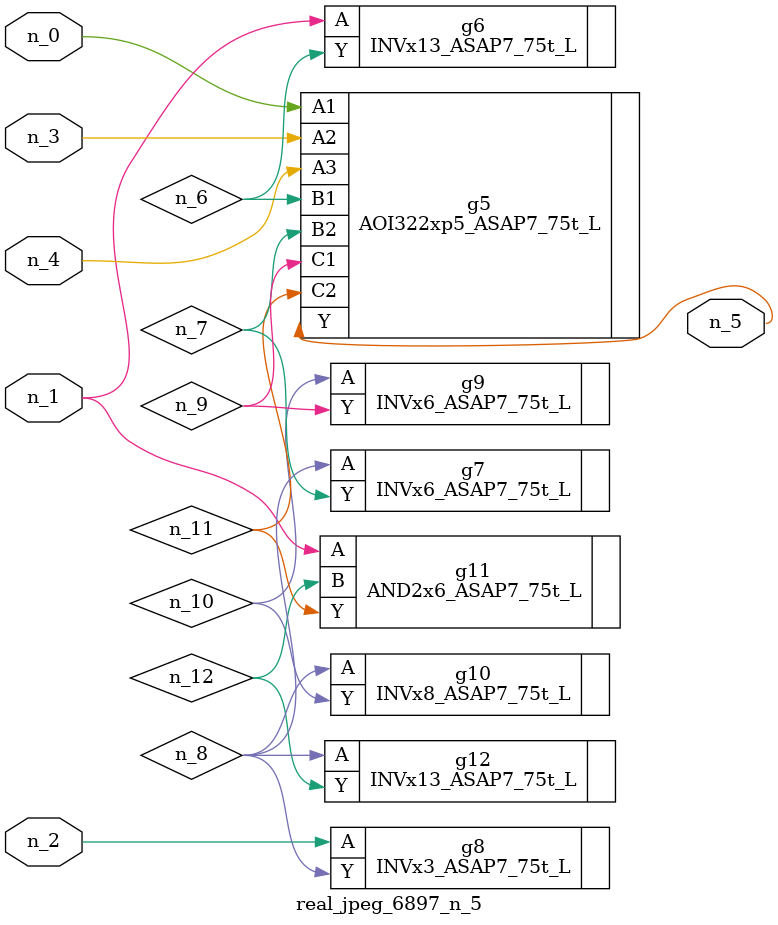
<source format=v>
module real_jpeg_6897_n_5 (n_4, n_0, n_1, n_2, n_3, n_5);

input n_4;
input n_0;
input n_1;
input n_2;
input n_3;

output n_5;

wire n_12;
wire n_8;
wire n_11;
wire n_6;
wire n_7;
wire n_10;
wire n_9;

AOI322xp5_ASAP7_75t_L g5 ( 
.A1(n_0),
.A2(n_3),
.A3(n_4),
.B1(n_6),
.B2(n_7),
.C1(n_9),
.C2(n_11),
.Y(n_5)
);

INVx13_ASAP7_75t_L g6 ( 
.A(n_1),
.Y(n_6)
);

AND2x6_ASAP7_75t_L g11 ( 
.A(n_1),
.B(n_12),
.Y(n_11)
);

INVx3_ASAP7_75t_L g8 ( 
.A(n_2),
.Y(n_8)
);

INVx6_ASAP7_75t_L g7 ( 
.A(n_8),
.Y(n_7)
);

INVx8_ASAP7_75t_L g10 ( 
.A(n_8),
.Y(n_10)
);

INVx13_ASAP7_75t_L g12 ( 
.A(n_8),
.Y(n_12)
);

INVx6_ASAP7_75t_L g9 ( 
.A(n_10),
.Y(n_9)
);


endmodule
</source>
